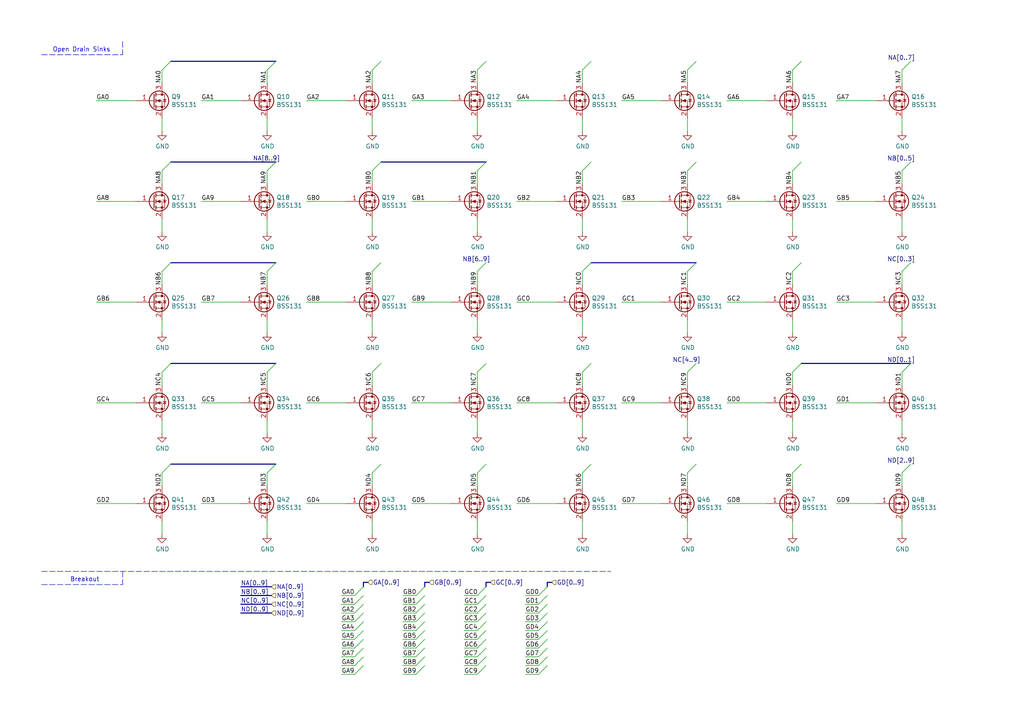
<source format=kicad_sch>
(kicad_sch (version 20210126) (generator eeschema)
  (paper "A4")
  (title_block (title "Nixie Clock - Cathode Sinks") (date "2021-03-19") (company "Bastian de Byl"))
  (lib_symbols
    (symbol "Device:Q_NMOS_GSD" (pin_names (offset 0) hide)
      (property "Reference" "Q" (at 5.08 1.27 0))
      (property "Value" "Q_NMOS_GSD" (at 5.08 -1.27 0))
      (symbol "Q_NMOS_GSD_0_1"
        (circle (center 1.651 0) (radius 2.8194) (stroke (width 0.254)))
        (circle (center 2.54 -1.778) (radius 0.2794) (fill (type outline)))
        (circle (center 2.54 1.778) (radius 0.2794) (fill (type outline)))
        (polyline (pts (xy 0.0508 0) (xy 0.254 0)))
        (polyline (pts (xy 0.762 -1.778) (xy 2.54 -1.778)))
        (polyline (pts (xy 0.762 -1.27) (xy 0.762 -2.286)) (stroke (width 0.254)))
        (polyline (pts (xy 0.762 0) (xy 2.54 0)))
        (polyline (pts (xy 0.762 0.508) (xy 0.762 -0.508)) (stroke (width 0.254)))
        (polyline (pts (xy 0.762 1.778) (xy 2.54 1.778)))
        (polyline (pts (xy 0.762 2.286) (xy 0.762 1.27)) (stroke (width 0.254)))
        (polyline (pts (xy 2.54 -1.778) (xy 2.54 -2.54)))
        (polyline (pts (xy 2.54 -1.778) (xy 2.54 0)))
        (polyline (pts (xy 2.54 2.54) (xy 2.54 1.778)))
        (polyline (pts (xy 0.254 1.905) (xy 0.254 -1.905) (xy 0.254 -1.905)) (stroke (width 0.254)))
        (polyline (pts (xy 2.54 -1.778) (xy 3.302 -1.778) (xy 3.302 1.778) (xy 2.54 1.778)))
        (polyline (pts (xy 2.794 0.508) (xy 2.921 0.381) (xy 3.683 0.381) (xy 3.81 0.254)))
        (polyline (pts (xy 3.302 0.381) (xy 2.921 -0.254) (xy 3.683 -0.254) (xy 3.302 0.381)))
        (polyline (pts (xy 1.016 0) (xy 2.032 0.381) (xy 2.032 -0.381) (xy 1.016 0)) (fill (type outline)))
      )
      (symbol "Q_NMOS_GSD_1_1"
        (pin input line (at -5.08 0 0) (length 5.08) (name "G") (number "1"))
        (pin passive line (at 2.54 -5.08 90) (length 2.54) (name "S") (number "2"))
        (pin passive line (at 2.54 5.08 270) (length 2.54) (name "D") (number "3"))
      )
    )
    (symbol "power:GND" (power) (pin_names (offset 0))
      (property "Value" "GND" (at 0 -3.81 0))
      (symbol "GND_0_1"
        (polyline (pts (xy 0 0) (xy 0 -1.27) (xy 1.27 -1.27) (xy 0 -2.54) (xy -1.27 -1.27) (xy 0 -1.27)))
      )
      (symbol "GND_1_1"
        (pin power_in line (at 0 0 270) (length 0) hide (name "GND") (number "1"))
      )
    )
  )
  (bus_entry (at 46.99 20.32) (size 2.54 -2.54) (stroke (width 0.1524)))
  (bus_entry (at 46.99 49.53) (size 2.54 -2.54) (stroke (width 0.1524)))
  (bus_entry (at 46.99 78.74) (size 2.54 -2.54) (stroke (width 0.1524)))
  (bus_entry (at 46.99 107.95) (size 2.54 -2.54) (stroke (width 0.1524)))
  (bus_entry (at 46.99 137.16) (size 2.54 -2.54) (stroke (width 0.1524)))
  (bus_entry (at 77.47 20.32) (size 2.54 -2.54) (stroke (width 0.1524)))
  (bus_entry (at 77.47 49.53) (size 2.54 -2.54) (stroke (width 0.1524)))
  (bus_entry (at 77.47 78.74) (size 2.54 -2.54) (stroke (width 0.1524)))
  (bus_entry (at 77.47 107.95) (size 2.54 -2.54) (stroke (width 0.1524)))
  (bus_entry (at 77.47 137.16) (size 2.54 -2.54) (stroke (width 0.1524)))
  (bus_entry (at 102.87 172.72) (size 2.54 -2.54) (stroke (width 0.1524)))
  (bus_entry (at 102.87 175.26) (size 2.54 -2.54) (stroke (width 0.1524)))
  (bus_entry (at 102.87 177.8) (size 2.54 -2.54) (stroke (width 0.1524)))
  (bus_entry (at 102.87 180.34) (size 2.54 -2.54) (stroke (width 0.1524)))
  (bus_entry (at 102.87 182.88) (size 2.54 -2.54) (stroke (width 0.1524)))
  (bus_entry (at 102.87 185.42) (size 2.54 -2.54) (stroke (width 0.1524)))
  (bus_entry (at 102.87 187.96) (size 2.54 -2.54) (stroke (width 0.1524)))
  (bus_entry (at 102.87 190.5) (size 2.54 -2.54) (stroke (width 0.1524)))
  (bus_entry (at 102.87 193.04) (size 2.54 -2.54) (stroke (width 0.1524)))
  (bus_entry (at 102.87 195.58) (size 2.54 -2.54) (stroke (width 0.1524)))
  (bus_entry (at 107.95 20.32) (size 2.54 -2.54) (stroke (width 0.1524)))
  (bus_entry (at 107.95 49.53) (size 2.54 -2.54) (stroke (width 0.1524)))
  (bus_entry (at 107.95 78.74) (size 2.54 -2.54) (stroke (width 0.1524)))
  (bus_entry (at 107.95 107.95) (size 2.54 -2.54) (stroke (width 0.1524)))
  (bus_entry (at 107.95 137.16) (size 2.54 -2.54) (stroke (width 0.1524)))
  (bus_entry (at 120.65 172.72) (size 2.54 -2.54) (stroke (width 0.1524)))
  (bus_entry (at 120.65 175.26) (size 2.54 -2.54) (stroke (width 0.1524)))
  (bus_entry (at 120.65 177.8) (size 2.54 -2.54) (stroke (width 0.1524)))
  (bus_entry (at 120.65 180.34) (size 2.54 -2.54) (stroke (width 0.1524)))
  (bus_entry (at 120.65 182.88) (size 2.54 -2.54) (stroke (width 0.1524)))
  (bus_entry (at 120.65 185.42) (size 2.54 -2.54) (stroke (width 0.1524)))
  (bus_entry (at 120.65 187.96) (size 2.54 -2.54) (stroke (width 0.1524)))
  (bus_entry (at 120.65 190.5) (size 2.54 -2.54) (stroke (width 0.1524)))
  (bus_entry (at 120.65 193.04) (size 2.54 -2.54) (stroke (width 0.1524)))
  (bus_entry (at 120.65 195.58) (size 2.54 -2.54) (stroke (width 0.1524)))
  (bus_entry (at 138.43 20.32) (size 2.54 -2.54) (stroke (width 0.1524)))
  (bus_entry (at 138.43 49.53) (size 2.54 -2.54) (stroke (width 0.1524)))
  (bus_entry (at 138.43 78.74) (size 2.54 -2.54) (stroke (width 0.1524)))
  (bus_entry (at 138.43 107.95) (size 2.54 -2.54) (stroke (width 0.1524)))
  (bus_entry (at 138.43 137.16) (size 2.54 -2.54) (stroke (width 0.1524)))
  (bus_entry (at 138.43 172.72) (size 2.54 -2.54) (stroke (width 0.1524)))
  (bus_entry (at 138.43 175.26) (size 2.54 -2.54) (stroke (width 0.1524)))
  (bus_entry (at 138.43 177.8) (size 2.54 -2.54) (stroke (width 0.1524)))
  (bus_entry (at 138.43 180.34) (size 2.54 -2.54) (stroke (width 0.1524)))
  (bus_entry (at 138.43 182.88) (size 2.54 -2.54) (stroke (width 0.1524)))
  (bus_entry (at 138.43 185.42) (size 2.54 -2.54) (stroke (width 0.1524)))
  (bus_entry (at 138.43 187.96) (size 2.54 -2.54) (stroke (width 0.1524)))
  (bus_entry (at 138.43 190.5) (size 2.54 -2.54) (stroke (width 0.1524)))
  (bus_entry (at 138.43 193.04) (size 2.54 -2.54) (stroke (width 0.1524)))
  (bus_entry (at 138.43 195.58) (size 2.54 -2.54) (stroke (width 0.1524)))
  (bus_entry (at 156.21 172.72) (size 2.54 -2.54) (stroke (width 0.1524)))
  (bus_entry (at 156.21 175.26) (size 2.54 -2.54) (stroke (width 0.1524)))
  (bus_entry (at 156.21 177.8) (size 2.54 -2.54) (stroke (width 0.1524)))
  (bus_entry (at 156.21 180.34) (size 2.54 -2.54) (stroke (width 0.1524)))
  (bus_entry (at 156.21 182.88) (size 2.54 -2.54) (stroke (width 0.1524)))
  (bus_entry (at 156.21 185.42) (size 2.54 -2.54) (stroke (width 0.1524)))
  (bus_entry (at 156.21 187.96) (size 2.54 -2.54) (stroke (width 0.1524)))
  (bus_entry (at 156.21 190.5) (size 2.54 -2.54) (stroke (width 0.1524)))
  (bus_entry (at 156.21 193.04) (size 2.54 -2.54) (stroke (width 0.1524)))
  (bus_entry (at 156.21 195.58) (size 2.54 -2.54) (stroke (width 0.1524)))
  (bus_entry (at 168.91 20.32) (size 2.54 -2.54) (stroke (width 0.1524)))
  (bus_entry (at 168.91 49.53) (size 2.54 -2.54) (stroke (width 0.1524)))
  (bus_entry (at 168.91 78.74) (size 2.54 -2.54) (stroke (width 0.1524)))
  (bus_entry (at 168.91 107.95) (size 2.54 -2.54) (stroke (width 0.1524)))
  (bus_entry (at 168.91 137.16) (size 2.54 -2.54) (stroke (width 0.1524)))
  (bus_entry (at 199.39 20.32) (size 2.54 -2.54) (stroke (width 0.1524)))
  (bus_entry (at 199.39 49.53) (size 2.54 -2.54) (stroke (width 0.1524)))
  (bus_entry (at 199.39 78.74) (size 2.54 -2.54) (stroke (width 0.1524)))
  (bus_entry (at 199.39 107.95) (size 2.54 -2.54) (stroke (width 0.1524)))
  (bus_entry (at 199.39 137.16) (size 2.54 -2.54) (stroke (width 0.1524)))
  (bus_entry (at 229.87 20.32) (size 2.54 -2.54) (stroke (width 0.1524)))
  (bus_entry (at 229.87 49.53) (size 2.54 -2.54) (stroke (width 0.1524)))
  (bus_entry (at 229.87 78.74) (size 2.54 -2.54) (stroke (width 0.1524)))
  (bus_entry (at 229.87 107.95) (size 2.54 -2.54) (stroke (width 0.1524)))
  (bus_entry (at 229.87 137.16) (size 2.54 -2.54) (stroke (width 0.1524)))
  (bus_entry (at 261.62 20.32) (size 2.54 -2.54) (stroke (width 0.1524)))
  (bus_entry (at 261.62 49.53) (size 2.54 -2.54) (stroke (width 0.1524)))
  (bus_entry (at 261.62 78.74) (size 2.54 -2.54) (stroke (width 0.1524)))
  (bus_entry (at 261.62 107.95) (size 2.54 -2.54) (stroke (width 0.1524)))
  (bus_entry (at 261.62 137.16) (size 2.54 -2.54) (stroke (width 0.1524)))
  (wire (pts (xy 27.94 29.21) (xy 39.37 29.21)))
  (wire (pts (xy 27.94 58.42) (xy 39.37 58.42)))
  (wire (pts (xy 27.94 87.63) (xy 39.37 87.63)))
  (wire (pts (xy 27.94 116.84) (xy 39.37 116.84)))
  (wire (pts (xy 27.94 146.05) (xy 39.37 146.05)))
  (wire (pts (xy 46.99 20.32) (xy 46.99 24.13)))
  (wire (pts (xy 46.99 34.29) (xy 46.99 38.1)))
  (wire (pts (xy 46.99 49.53) (xy 46.99 53.34)))
  (wire (pts (xy 46.99 63.5) (xy 46.99 67.31)))
  (wire (pts (xy 46.99 78.74) (xy 46.99 82.55)))
  (wire (pts (xy 46.99 92.71) (xy 46.99 96.52)))
  (wire (pts (xy 46.99 107.95) (xy 46.99 111.76)))
  (wire (pts (xy 46.99 121.92) (xy 46.99 125.73)))
  (wire (pts (xy 46.99 137.16) (xy 46.99 140.97)))
  (wire (pts (xy 46.99 151.13) (xy 46.99 154.94)))
  (wire (pts (xy 58.42 29.21) (xy 69.85 29.21)))
  (wire (pts (xy 58.42 58.42) (xy 69.85 58.42)))
  (wire (pts (xy 58.42 87.63) (xy 69.85 87.63)))
  (wire (pts (xy 58.42 116.84) (xy 69.85 116.84)))
  (wire (pts (xy 58.42 146.05) (xy 69.85 146.05)))
  (wire (pts (xy 77.47 20.32) (xy 77.47 24.13)))
  (wire (pts (xy 77.47 34.29) (xy 77.47 38.1)))
  (wire (pts (xy 77.47 49.53) (xy 77.47 53.34)))
  (wire (pts (xy 77.47 63.5) (xy 77.47 67.31)))
  (wire (pts (xy 77.47 78.74) (xy 77.47 82.55)))
  (wire (pts (xy 77.47 92.71) (xy 77.47 96.52)))
  (wire (pts (xy 77.47 107.95) (xy 77.47 111.76)))
  (wire (pts (xy 77.47 121.92) (xy 77.47 125.73)))
  (wire (pts (xy 77.47 137.16) (xy 77.47 140.97)))
  (wire (pts (xy 77.47 151.13) (xy 77.47 154.94)))
  (wire (pts (xy 88.9 29.21) (xy 100.33 29.21)))
  (wire (pts (xy 88.9 58.42) (xy 100.33 58.42)))
  (wire (pts (xy 88.9 87.63) (xy 100.33 87.63)))
  (wire (pts (xy 88.9 116.84) (xy 100.33 116.84)))
  (wire (pts (xy 88.9 146.05) (xy 100.33 146.05)))
  (wire (pts (xy 99.06 172.72) (xy 102.87 172.72)))
  (wire (pts (xy 99.06 175.26) (xy 102.87 175.26)))
  (wire (pts (xy 99.06 177.8) (xy 102.87 177.8)))
  (wire (pts (xy 99.06 180.34) (xy 102.87 180.34)))
  (wire (pts (xy 99.06 182.88) (xy 102.87 182.88)))
  (wire (pts (xy 99.06 185.42) (xy 102.87 185.42)))
  (wire (pts (xy 99.06 187.96) (xy 102.87 187.96)))
  (wire (pts (xy 99.06 190.5) (xy 102.87 190.5)))
  (wire (pts (xy 99.06 193.04) (xy 102.87 193.04)))
  (wire (pts (xy 99.06 195.58) (xy 102.87 195.58)))
  (wire (pts (xy 107.95 20.32) (xy 107.95 24.13)))
  (wire (pts (xy 107.95 34.29) (xy 107.95 38.1)))
  (wire (pts (xy 107.95 49.53) (xy 107.95 53.34)))
  (wire (pts (xy 107.95 63.5) (xy 107.95 67.31)))
  (wire (pts (xy 107.95 78.74) (xy 107.95 82.55)))
  (wire (pts (xy 107.95 92.71) (xy 107.95 96.52)))
  (wire (pts (xy 107.95 107.95) (xy 107.95 111.76)))
  (wire (pts (xy 107.95 121.92) (xy 107.95 125.73)))
  (wire (pts (xy 107.95 137.16) (xy 107.95 140.97)))
  (wire (pts (xy 107.95 151.13) (xy 107.95 154.94)))
  (wire (pts (xy 116.84 172.72) (xy 120.65 172.72)))
  (wire (pts (xy 116.84 175.26) (xy 120.65 175.26)))
  (wire (pts (xy 116.84 177.8) (xy 120.65 177.8)))
  (wire (pts (xy 116.84 180.34) (xy 120.65 180.34)))
  (wire (pts (xy 116.84 182.88) (xy 120.65 182.88)))
  (wire (pts (xy 116.84 185.42) (xy 120.65 185.42)))
  (wire (pts (xy 116.84 187.96) (xy 120.65 187.96)))
  (wire (pts (xy 116.84 190.5) (xy 120.65 190.5)))
  (wire (pts (xy 116.84 193.04) (xy 120.65 193.04)))
  (wire (pts (xy 116.84 195.58) (xy 120.65 195.58)))
  (wire (pts (xy 119.38 29.21) (xy 130.81 29.21)))
  (wire (pts (xy 119.38 58.42) (xy 130.81 58.42)))
  (wire (pts (xy 119.38 87.63) (xy 130.81 87.63)))
  (wire (pts (xy 119.38 116.84) (xy 130.81 116.84)))
  (wire (pts (xy 119.38 146.05) (xy 130.81 146.05)))
  (wire (pts (xy 134.62 172.72) (xy 138.43 172.72)))
  (wire (pts (xy 134.62 175.26) (xy 138.43 175.26)))
  (wire (pts (xy 134.62 177.8) (xy 138.43 177.8)))
  (wire (pts (xy 134.62 180.34) (xy 138.43 180.34)))
  (wire (pts (xy 134.62 182.88) (xy 138.43 182.88)))
  (wire (pts (xy 134.62 185.42) (xy 138.43 185.42)))
  (wire (pts (xy 134.62 187.96) (xy 138.43 187.96)))
  (wire (pts (xy 134.62 190.5) (xy 138.43 190.5)))
  (wire (pts (xy 134.62 193.04) (xy 138.43 193.04)))
  (wire (pts (xy 134.62 195.58) (xy 138.43 195.58)))
  (wire (pts (xy 138.43 20.32) (xy 138.43 24.13)))
  (wire (pts (xy 138.43 34.29) (xy 138.43 38.1)))
  (wire (pts (xy 138.43 49.53) (xy 138.43 53.34)))
  (wire (pts (xy 138.43 63.5) (xy 138.43 67.31)))
  (wire (pts (xy 138.43 78.74) (xy 138.43 82.55)))
  (wire (pts (xy 138.43 92.71) (xy 138.43 96.52)))
  (wire (pts (xy 138.43 107.95) (xy 138.43 111.76)))
  (wire (pts (xy 138.43 121.92) (xy 138.43 125.73)))
  (wire (pts (xy 138.43 137.16) (xy 138.43 140.97)))
  (wire (pts (xy 138.43 151.13) (xy 138.43 154.94)))
  (wire (pts (xy 149.86 29.21) (xy 161.29 29.21)))
  (wire (pts (xy 149.86 58.42) (xy 161.29 58.42)))
  (wire (pts (xy 149.86 87.63) (xy 161.29 87.63)))
  (wire (pts (xy 149.86 116.84) (xy 161.29 116.84)))
  (wire (pts (xy 149.86 146.05) (xy 161.29 146.05)))
  (wire (pts (xy 152.4 172.72) (xy 156.21 172.72)))
  (wire (pts (xy 152.4 175.26) (xy 156.21 175.26)))
  (wire (pts (xy 152.4 177.8) (xy 156.21 177.8)))
  (wire (pts (xy 152.4 180.34) (xy 156.21 180.34)))
  (wire (pts (xy 152.4 182.88) (xy 156.21 182.88)))
  (wire (pts (xy 152.4 185.42) (xy 156.21 185.42)))
  (wire (pts (xy 152.4 187.96) (xy 156.21 187.96)))
  (wire (pts (xy 152.4 190.5) (xy 156.21 190.5)))
  (wire (pts (xy 152.4 193.04) (xy 156.21 193.04)))
  (wire (pts (xy 152.4 195.58) (xy 156.21 195.58)))
  (wire (pts (xy 168.91 20.32) (xy 168.91 24.13)))
  (wire (pts (xy 168.91 34.29) (xy 168.91 38.1)))
  (wire (pts (xy 168.91 49.53) (xy 168.91 53.34)))
  (wire (pts (xy 168.91 63.5) (xy 168.91 67.31)))
  (wire (pts (xy 168.91 78.74) (xy 168.91 82.55)))
  (wire (pts (xy 168.91 92.71) (xy 168.91 96.52)))
  (wire (pts (xy 168.91 107.95) (xy 168.91 111.76)))
  (wire (pts (xy 168.91 121.92) (xy 168.91 125.73)))
  (wire (pts (xy 168.91 137.16) (xy 168.91 140.97)))
  (wire (pts (xy 168.91 151.13) (xy 168.91 154.94)))
  (wire (pts (xy 180.34 29.21) (xy 191.77 29.21)))
  (wire (pts (xy 180.34 58.42) (xy 191.77 58.42)))
  (wire (pts (xy 180.34 87.63) (xy 191.77 87.63)))
  (wire (pts (xy 180.34 116.84) (xy 191.77 116.84)))
  (wire (pts (xy 180.34 146.05) (xy 191.77 146.05)))
  (wire (pts (xy 199.39 20.32) (xy 199.39 24.13)))
  (wire (pts (xy 199.39 34.29) (xy 199.39 38.1)))
  (wire (pts (xy 199.39 49.53) (xy 199.39 53.34)))
  (wire (pts (xy 199.39 63.5) (xy 199.39 67.31)))
  (wire (pts (xy 199.39 78.74) (xy 199.39 82.55)))
  (wire (pts (xy 199.39 92.71) (xy 199.39 96.52)))
  (wire (pts (xy 199.39 107.95) (xy 199.39 111.76)))
  (wire (pts (xy 199.39 121.92) (xy 199.39 125.73)))
  (wire (pts (xy 199.39 137.16) (xy 199.39 140.97)))
  (wire (pts (xy 199.39 151.13) (xy 199.39 154.94)))
  (wire (pts (xy 210.82 29.21) (xy 222.25 29.21)))
  (wire (pts (xy 210.82 58.42) (xy 222.25 58.42)))
  (wire (pts (xy 210.82 87.63) (xy 222.25 87.63)))
  (wire (pts (xy 210.82 116.84) (xy 222.25 116.84)))
  (wire (pts (xy 210.82 146.05) (xy 222.25 146.05)))
  (wire (pts (xy 229.87 20.32) (xy 229.87 24.13)))
  (wire (pts (xy 229.87 34.29) (xy 229.87 38.1)))
  (wire (pts (xy 229.87 49.53) (xy 229.87 53.34)))
  (wire (pts (xy 229.87 63.5) (xy 229.87 67.31)))
  (wire (pts (xy 229.87 78.74) (xy 229.87 82.55)))
  (wire (pts (xy 229.87 92.71) (xy 229.87 96.52)))
  (wire (pts (xy 229.87 107.95) (xy 229.87 111.76)))
  (wire (pts (xy 229.87 121.92) (xy 229.87 125.73)))
  (wire (pts (xy 229.87 137.16) (xy 229.87 140.97)))
  (wire (pts (xy 229.87 151.13) (xy 229.87 154.94)))
  (wire (pts (xy 242.57 29.21) (xy 254 29.21)))
  (wire (pts (xy 242.57 58.42) (xy 254 58.42)))
  (wire (pts (xy 242.57 87.63) (xy 254 87.63)))
  (wire (pts (xy 242.57 116.84) (xy 254 116.84)))
  (wire (pts (xy 242.57 146.05) (xy 254 146.05)))
  (wire (pts (xy 261.62 20.32) (xy 261.62 24.13)))
  (wire (pts (xy 261.62 34.29) (xy 261.62 38.1)))
  (wire (pts (xy 261.62 49.53) (xy 261.62 53.34)))
  (wire (pts (xy 261.62 63.5) (xy 261.62 67.31)))
  (wire (pts (xy 261.62 78.74) (xy 261.62 82.55)))
  (wire (pts (xy 261.62 92.71) (xy 261.62 96.52)))
  (wire (pts (xy 261.62 107.95) (xy 261.62 111.76)))
  (wire (pts (xy 261.62 121.92) (xy 261.62 125.73)))
  (wire (pts (xy 261.62 137.16) (xy 261.62 140.97)))
  (wire (pts (xy 261.62 151.13) (xy 261.62 154.94)))
  (bus (pts (xy 49.53 17.78) (xy 265.43 17.78)))
  (bus (pts (xy 49.53 46.99) (xy 81.28 46.99)))
  (bus (pts (xy 49.53 76.2) (xy 142.24 76.2)))
  (bus (pts (xy 49.53 105.41) (xy 203.2 105.41)))
  (bus (pts (xy 49.53 134.62) (xy 265.43 134.62)))
  (bus (pts (xy 78.74 170.18) (xy 69.85 170.18)))
  (bus (pts (xy 78.74 172.72) (xy 69.85 172.72)))
  (bus (pts (xy 78.74 175.26) (xy 69.85 175.26)))
  (bus (pts (xy 78.74 177.8) (xy 69.85 177.8)))
  (bus (pts (xy 105.41 168.91) (xy 105.41 193.04)))
  (bus (pts (xy 105.41 168.91) (xy 106.68 168.91)))
  (bus (pts (xy 110.49 46.99) (xy 265.43 46.99)))
  (bus (pts (xy 123.19 168.91) (xy 123.19 193.04)))
  (bus (pts (xy 123.19 168.91) (xy 124.46 168.91)))
  (bus (pts (xy 140.97 168.91) (xy 140.97 193.04)))
  (bus (pts (xy 140.97 168.91) (xy 142.24 168.91)))
  (bus (pts (xy 158.75 168.91) (xy 158.75 193.04)))
  (bus (pts (xy 158.75 168.91) (xy 160.02 168.91)))
  (bus (pts (xy 171.45 76.2) (xy 265.43 76.2)))
  (bus (pts (xy 232.41 105.41) (xy 265.43 105.41)))
  (polyline (pts (xy 12.065 15.875) (xy 35.56 15.875)) (stroke (width 0.152) (type dash)))
  (polyline (pts (xy 12.065 165.735) (xy 177.165 165.735)) (stroke (width 0.152) (type dash)))
  (polyline (pts (xy 12.065 169.545) (xy 35.56 169.545)) (stroke (width 0.152) (type dash)))
  (polyline (pts (xy 35.56 12.065) (xy 35.56 15.875)) (stroke (width 0.152) (type dash)))
  (polyline (pts (xy 35.56 165.735) (xy 35.56 169.545)) (stroke (width 0.152) (type dash)))
  (text "Open Drain Sinks" (at 15.24 15.24 0) (effects (font (size 1.27 1.27)) (justify left bottom)))
  (text "Breakout" (at 20.32 168.91 0) (effects (font (size 1.27 1.27)) (justify left bottom)))
  (label "GA0" (at 27.94 29.21 0))
  (label "GA8" (at 27.94 58.42 0))
  (label "GB6" (at 27.94 87.63 0))
  (label "GC4" (at 27.94 116.84 0))
  (label "GD2" (at 27.94 146.05 0))
  (label "NA0" (at 46.99 20.32 270))
  (label "NA8" (at 46.99 49.53 270))
  (label "NB6" (at 46.99 78.74 270))
  (label "NC4" (at 46.99 107.95 270))
  (label "ND2" (at 46.99 137.16 270))
  (label "GA1" (at 58.42 29.21 0))
  (label "GA9" (at 58.42 58.42 0))
  (label "GB7" (at 58.42 87.63 0))
  (label "GC5" (at 58.42 116.84 0))
  (label "GD3" (at 58.42 146.05 0))
  (label "NA[0..9]" (at 69.85 170.18 0))
  (label "NB[0..9]" (at 69.85 172.72 0))
  (label "NC[0..9]" (at 69.85 175.26 0))
  (label "ND[0..9]" (at 69.85 177.8 0))
  (label "NA1" (at 77.47 20.32 270))
  (label "NA9" (at 77.47 49.53 270))
  (label "NB7" (at 77.47 78.74 270))
  (label "NC5" (at 77.47 107.95 270))
  (label "ND3" (at 77.47 137.16 270))
  (label "NA[8..9]" (at 81.28 46.99 180))
  (label "GA2" (at 88.9 29.21 0))
  (label "GB0" (at 88.9 58.42 0))
  (label "GB8" (at 88.9 87.63 0))
  (label "GC6" (at 88.9 116.84 0))
  (label "GD4" (at 88.9 146.05 0))
  (label "GA0" (at 99.06 172.72 0))
  (label "GA1" (at 99.06 175.26 0))
  (label "GA2" (at 99.06 177.8 0))
  (label "GA3" (at 99.06 180.34 0))
  (label "GA4" (at 99.06 182.88 0))
  (label "GA5" (at 99.06 185.42 0))
  (label "GA6" (at 99.06 187.96 0))
  (label "GA7" (at 99.06 190.5 0))
  (label "GA8" (at 99.06 193.04 0))
  (label "GA9" (at 99.06 195.58 0))
  (label "NA2" (at 107.95 20.32 270))
  (label "NB0" (at 107.95 49.53 270))
  (label "NB8" (at 107.95 78.74 270))
  (label "NC6" (at 107.95 107.95 270))
  (label "ND4" (at 107.95 137.16 270))
  (label "GB0" (at 116.84 172.72 0))
  (label "GB1" (at 116.84 175.26 0))
  (label "GB2" (at 116.84 177.8 0))
  (label "GB3" (at 116.84 180.34 0))
  (label "GB4" (at 116.84 182.88 0))
  (label "GB5" (at 116.84 185.42 0))
  (label "GB6" (at 116.84 187.96 0))
  (label "GB7" (at 116.84 190.5 0))
  (label "GB8" (at 116.84 193.04 0))
  (label "GB9" (at 116.84 195.58 0))
  (label "GA3" (at 119.38 29.21 0))
  (label "GB1" (at 119.38 58.42 0))
  (label "GB9" (at 119.38 87.63 0))
  (label "GC7" (at 119.38 116.84 0))
  (label "GD5" (at 119.38 146.05 0))
  (label "GC0" (at 134.62 172.72 0))
  (label "GC1" (at 134.62 175.26 0))
  (label "GC2" (at 134.62 177.8 0))
  (label "GC3" (at 134.62 180.34 0))
  (label "GC4" (at 134.62 182.88 0))
  (label "GC5" (at 134.62 185.42 0))
  (label "GC6" (at 134.62 187.96 0))
  (label "GC7" (at 134.62 190.5 0))
  (label "GC8" (at 134.62 193.04 0))
  (label "GC9" (at 134.62 195.58 0))
  (label "NA3" (at 138.43 20.32 270))
  (label "NB1" (at 138.43 49.53 270))
  (label "NB9" (at 138.43 78.74 270))
  (label "NC7" (at 138.43 107.95 270))
  (label "ND5" (at 138.43 137.16 270))
  (label "NB[6..9]" (at 142.24 76.2 180))
  (label "GA4" (at 149.86 29.21 0))
  (label "GB2" (at 149.86 58.42 0))
  (label "GC0" (at 149.86 87.63 0))
  (label "GC8" (at 149.86 116.84 0))
  (label "GD6" (at 149.86 146.05 0))
  (label "GD0" (at 152.4 172.72 0))
  (label "GD1" (at 152.4 175.26 0))
  (label "GD2" (at 152.4 177.8 0))
  (label "GD3" (at 152.4 180.34 0))
  (label "GD4" (at 152.4 182.88 0))
  (label "GD5" (at 152.4 185.42 0))
  (label "GD6" (at 152.4 187.96 0))
  (label "GD7" (at 152.4 190.5 0))
  (label "GD8" (at 152.4 193.04 0))
  (label "GD9" (at 152.4 195.58 0))
  (label "NA4" (at 168.91 20.32 270))
  (label "NB2" (at 168.91 49.53 270))
  (label "NC0" (at 168.91 78.74 270))
  (label "NC8" (at 168.91 107.95 270))
  (label "ND6" (at 168.91 137.16 270))
  (label "GA5" (at 180.34 29.21 0))
  (label "GB3" (at 180.34 58.42 0))
  (label "GC1" (at 180.34 87.63 0))
  (label "GC9" (at 180.34 116.84 0))
  (label "GD7" (at 180.34 146.05 0))
  (label "NA5" (at 199.39 20.32 270))
  (label "NB3" (at 199.39 49.53 270))
  (label "NC1" (at 199.39 78.74 270))
  (label "NC9" (at 199.39 107.95 270))
  (label "ND7" (at 199.39 137.16 270))
  (label "NC[4..9]" (at 203.2 105.41 180))
  (label "GA6" (at 210.82 29.21 0))
  (label "GB4" (at 210.82 58.42 0))
  (label "GC2" (at 210.82 87.63 0))
  (label "GD0" (at 210.82 116.84 0))
  (label "GD8" (at 210.82 146.05 0))
  (label "NA6" (at 229.87 20.32 270))
  (label "NB4" (at 229.87 49.53 270))
  (label "NC2" (at 229.87 78.74 270))
  (label "ND0" (at 229.87 107.95 270))
  (label "ND8" (at 229.87 137.16 270))
  (label "GA7" (at 242.57 29.21 0))
  (label "GB5" (at 242.57 58.42 0))
  (label "GC3" (at 242.57 87.63 0))
  (label "GD1" (at 242.57 116.84 0))
  (label "GD9" (at 242.57 146.05 0))
  (label "NA7" (at 261.62 20.32 270))
  (label "NB5" (at 261.62 49.53 270))
  (label "NC3" (at 261.62 78.74 270))
  (label "ND1" (at 261.62 107.95 270))
  (label "ND9" (at 261.62 137.16 270))
  (label "NA[0..7]" (at 265.43 17.78 180))
  (label "NB[0..5]" (at 265.43 46.99 180))
  (label "NC[0..3]" (at 265.43 76.2 180))
  (label "ND[0..1]" (at 265.43 105.41 180))
  (label "ND[2..9]" (at 265.43 134.62 180))
  (hierarchical_label "NA[0..9]" (shape input) (at 78.74 170.18 0))
  (hierarchical_label "NB[0..9]" (shape input) (at 78.74 172.72 0))
  (hierarchical_label "NC[0..9]" (shape input) (at 78.74 175.26 0))
  (hierarchical_label "ND[0..9]" (shape input) (at 78.74 177.8 0))
  (hierarchical_label "GA[0..9]" (shape input) (at 106.68 168.91 0))
  (hierarchical_label "GB[0..9]" (shape input) (at 124.46 168.91 0))
  (hierarchical_label "GC[0..9]" (shape input) (at 142.24 168.91 0))
  (hierarchical_label "GD[0..9]" (shape input) (at 160.02 168.91 0))
  (symbol (lib_id "power:GND") (at 46.99 38.1 0) (unit 1)
    (property "Reference" "#PWR030" (effects hide))
    (property "Value" "GND" (at 47.1043 42.4244 0))
  )
  (symbol (lib_id "power:GND") (at 46.99 67.31 0) (unit 1)
    (property "Reference" "#PWR038" (effects hide))
    (property "Value" "GND" (at 47.1043 71.6344 0))
  )
  (symbol (lib_id "power:GND") (at 46.99 96.52 0) (unit 1)
    (property "Reference" "#PWR046" (effects hide))
    (property "Value" "GND" (at 47.1043 100.8444 0))
  )
  (symbol (lib_id "power:GND") (at 46.99 125.73 0) (unit 1)
    (property "Reference" "#PWR054" (effects hide))
    (property "Value" "GND" (at 47.1043 130.0544 0))
  )
  (symbol (lib_id "power:GND") (at 46.99 154.94 0) (unit 1)
    (property "Reference" "#PWR062" (effects hide))
    (property "Value" "GND" (at 47.1043 159.2644 0))
  )
  (symbol (lib_id "power:GND") (at 77.47 38.1 0) (unit 1)
    (property "Reference" "#PWR031" (effects hide))
    (property "Value" "GND" (at 77.5843 42.4244 0))
  )
  (symbol (lib_id "power:GND") (at 77.47 67.31 0) (unit 1)
    (property "Reference" "#PWR039" (effects hide))
    (property "Value" "GND" (at 77.5843 71.6344 0))
  )
  (symbol (lib_id "power:GND") (at 77.47 96.52 0) (unit 1)
    (property "Reference" "#PWR047" (effects hide))
    (property "Value" "GND" (at 77.5843 100.8444 0))
  )
  (symbol (lib_id "power:GND") (at 77.47 125.73 0) (unit 1)
    (property "Reference" "#PWR055" (effects hide))
    (property "Value" "GND" (at 77.5843 130.0544 0))
  )
  (symbol (lib_id "power:GND") (at 77.47 154.94 0) (unit 1)
    (property "Reference" "#PWR063" (effects hide))
    (property "Value" "GND" (at 77.5843 159.2644 0))
  )
  (symbol (lib_id "power:GND") (at 107.95 38.1 0) (unit 1)
    (property "Reference" "#PWR032" (effects hide))
    (property "Value" "GND" (at 108.0643 42.4244 0))
  )
  (symbol (lib_id "power:GND") (at 107.95 67.31 0) (unit 1)
    (property "Reference" "#PWR040" (effects hide))
    (property "Value" "GND" (at 108.0643 71.6344 0))
  )
  (symbol (lib_id "power:GND") (at 107.95 96.52 0) (unit 1)
    (property "Reference" "#PWR048" (effects hide))
    (property "Value" "GND" (at 108.0643 100.8444 0))
  )
  (symbol (lib_id "power:GND") (at 107.95 125.73 0) (unit 1)
    (property "Reference" "#PWR056" (effects hide))
    (property "Value" "GND" (at 108.0643 130.0544 0))
  )
  (symbol (lib_id "power:GND") (at 107.95 154.94 0) (unit 1)
    (property "Reference" "#PWR064" (effects hide))
    (property "Value" "GND" (at 108.0643 159.2644 0))
  )
  (symbol (lib_id "power:GND") (at 138.43 38.1 0) (unit 1)
    (property "Reference" "#PWR033" (effects hide))
    (property "Value" "GND" (at 138.5443 42.4244 0))
  )
  (symbol (lib_id "power:GND") (at 138.43 67.31 0) (unit 1)
    (property "Reference" "#PWR041" (effects hide))
    (property "Value" "GND" (at 138.5443 71.6344 0))
  )
  (symbol (lib_id "power:GND") (at 138.43 96.52 0) (unit 1)
    (property "Reference" "#PWR049" (effects hide))
    (property "Value" "GND" (at 138.5443 100.8444 0))
  )
  (symbol (lib_id "power:GND") (at 138.43 125.73 0) (unit 1)
    (property "Reference" "#PWR057" (effects hide))
    (property "Value" "GND" (at 138.5443 130.0544 0))
  )
  (symbol (lib_id "power:GND") (at 138.43 154.94 0) (unit 1)
    (property "Reference" "#PWR065" (effects hide))
    (property "Value" "GND" (at 138.5443 159.2644 0))
  )
  (symbol (lib_id "power:GND") (at 168.91 38.1 0) (unit 1)
    (property "Reference" "#PWR034" (effects hide))
    (property "Value" "GND" (at 169.0243 42.4244 0))
  )
  (symbol (lib_id "power:GND") (at 168.91 67.31 0) (unit 1)
    (property "Reference" "#PWR042" (effects hide))
    (property "Value" "GND" (at 169.0243 71.6344 0))
  )
  (symbol (lib_id "power:GND") (at 168.91 96.52 0) (unit 1)
    (property "Reference" "#PWR050" (effects hide))
    (property "Value" "GND" (at 169.0243 100.8444 0))
  )
  (symbol (lib_id "power:GND") (at 168.91 125.73 0) (unit 1)
    (property "Reference" "#PWR058" (effects hide))
    (property "Value" "GND" (at 169.0243 130.0544 0))
  )
  (symbol (lib_id "power:GND") (at 168.91 154.94 0) (unit 1)
    (property "Reference" "#PWR066" (effects hide))
    (property "Value" "GND" (at 169.0243 159.2644 0))
  )
  (symbol (lib_id "power:GND") (at 199.39 38.1 0) (unit 1)
    (property "Reference" "#PWR035" (effects hide))
    (property "Value" "GND" (at 199.5043 42.4244 0))
  )
  (symbol (lib_id "power:GND") (at 199.39 67.31 0) (unit 1)
    (property "Reference" "#PWR043" (effects hide))
    (property "Value" "GND" (at 199.5043 71.6344 0))
  )
  (symbol (lib_id "power:GND") (at 199.39 96.52 0) (unit 1)
    (property "Reference" "#PWR051" (effects hide))
    (property "Value" "GND" (at 199.5043 100.8444 0))
  )
  (symbol (lib_id "power:GND") (at 199.39 125.73 0) (unit 1)
    (property "Reference" "#PWR059" (effects hide))
    (property "Value" "GND" (at 199.5043 130.0544 0))
  )
  (symbol (lib_id "power:GND") (at 199.39 154.94 0) (unit 1)
    (property "Reference" "#PWR067" (effects hide))
    (property "Value" "GND" (at 199.5043 159.2644 0))
  )
  (symbol (lib_id "power:GND") (at 229.87 38.1 0) (unit 1)
    (property "Reference" "#PWR036" (effects hide))
    (property "Value" "GND" (at 229.9843 42.4244 0))
  )
  (symbol (lib_id "power:GND") (at 229.87 67.31 0) (unit 1)
    (property "Reference" "#PWR044" (effects hide))
    (property "Value" "GND" (at 229.9843 71.6344 0))
  )
  (symbol (lib_id "power:GND") (at 229.87 96.52 0) (unit 1)
    (property "Reference" "#PWR052" (effects hide))
    (property "Value" "GND" (at 229.9843 100.8444 0))
  )
  (symbol (lib_id "power:GND") (at 229.87 125.73 0) (unit 1)
    (property "Reference" "#PWR060" (effects hide))
    (property "Value" "GND" (at 229.9843 130.0544 0))
  )
  (symbol (lib_id "power:GND") (at 229.87 154.94 0) (unit 1)
    (property "Reference" "#PWR068" (effects hide))
    (property "Value" "GND" (at 229.9843 159.2644 0))
  )
  (symbol (lib_id "power:GND") (at 261.62 38.1 0) (unit 1)
    (property "Reference" "#PWR037" (effects hide))
    (property "Value" "GND" (at 261.7343 42.4244 0))
  )
  (symbol (lib_id "power:GND") (at 261.62 67.31 0) (unit 1)
    (property "Reference" "#PWR045" (effects hide))
    (property "Value" "GND" (at 261.7343 71.6344 0))
  )
  (symbol (lib_id "power:GND") (at 261.62 96.52 0) (unit 1)
    (property "Reference" "#PWR053" (effects hide))
    (property "Value" "GND" (at 261.7343 100.8444 0))
  )
  (symbol (lib_id "power:GND") (at 261.62 125.73 0) (unit 1)
    (property "Reference" "#PWR061" (effects hide))
    (property "Value" "GND" (at 261.7343 130.0544 0))
  )
  (symbol (lib_id "power:GND") (at 261.62 154.94 0) (unit 1)
    (property "Reference" "#PWR069" (effects hide))
    (property "Value" "GND" (at 261.7343 159.2644 0))
  )
  (symbol (lib_id "Device:Q_NMOS_GSD") (at 44.45 29.21 0) (unit 1)
    (property "Reference" "Q9" (at 49.6825 28.0606 0) (effects (justify left)))
    (property "Value" "BSS131" (at 49.683 30.359 0) (effects (justify left)))
    (property "Footprint" "Package_TO_SOT_SMD:SOT-23" (effects hide))
  )
  (symbol (lib_id "Device:Q_NMOS_GSD") (at 44.45 58.42 0) (unit 1)
    (property "Reference" "Q17" (at 49.6825 57.2706 0) (effects (justify left)))
    (property "Value" "BSS131" (at 49.683 59.569 0) (effects (justify left)))
    (property "Footprint" "Package_TO_SOT_SMD:SOT-23" (effects hide))
  )
  (symbol (lib_id "Device:Q_NMOS_GSD") (at 44.45 87.63 0) (unit 1)
    (property "Reference" "Q25" (at 49.6825 86.4806 0) (effects (justify left)))
    (property "Value" "BSS131" (at 49.683 88.779 0) (effects (justify left)))
    (property "Footprint" "Package_TO_SOT_SMD:SOT-23" (effects hide))
  )
  (symbol (lib_id "Device:Q_NMOS_GSD") (at 44.45 116.84 0) (unit 1)
    (property "Reference" "Q33" (at 49.6825 115.6906 0) (effects (justify left)))
    (property "Value" "BSS131" (at 49.683 117.989 0) (effects (justify left)))
    (property "Footprint" "Package_TO_SOT_SMD:SOT-23" (effects hide))
  )
  (symbol (lib_id "Device:Q_NMOS_GSD") (at 44.45 146.05 0) (unit 1)
    (property "Reference" "Q41" (at 49.6825 144.9006 0) (effects (justify left)))
    (property "Value" "BSS131" (at 49.683 147.199 0) (effects (justify left)))
    (property "Footprint" "Package_TO_SOT_SMD:SOT-23" (effects hide))
  )
  (symbol (lib_id "Device:Q_NMOS_GSD") (at 74.93 29.21 0) (unit 1)
    (property "Reference" "Q10" (at 80.1625 28.0606 0) (effects (justify left)))
    (property "Value" "BSS131" (at 80.163 30.359 0) (effects (justify left)))
    (property "Footprint" "Package_TO_SOT_SMD:SOT-23" (effects hide))
  )
  (symbol (lib_id "Device:Q_NMOS_GSD") (at 74.93 58.42 0) (unit 1)
    (property "Reference" "Q18" (at 80.1625 57.2706 0) (effects (justify left)))
    (property "Value" "BSS131" (at 80.163 59.569 0) (effects (justify left)))
    (property "Footprint" "Package_TO_SOT_SMD:SOT-23" (effects hide))
  )
  (symbol (lib_id "Device:Q_NMOS_GSD") (at 74.93 87.63 0) (unit 1)
    (property "Reference" "Q26" (at 80.1625 86.4806 0) (effects (justify left)))
    (property "Value" "BSS131" (at 80.163 88.779 0) (effects (justify left)))
    (property "Footprint" "Package_TO_SOT_SMD:SOT-23" (effects hide))
  )
  (symbol (lib_id "Device:Q_NMOS_GSD") (at 74.93 116.84 0) (unit 1)
    (property "Reference" "Q34" (at 80.1625 115.6906 0) (effects (justify left)))
    (property "Value" "BSS131" (at 80.163 117.989 0) (effects (justify left)))
    (property "Footprint" "Package_TO_SOT_SMD:SOT-23" (effects hide))
  )
  (symbol (lib_id "Device:Q_NMOS_GSD") (at 74.93 146.05 0) (unit 1)
    (property "Reference" "Q42" (at 80.1625 144.9006 0) (effects (justify left)))
    (property "Value" "BSS131" (at 80.163 147.199 0) (effects (justify left)))
    (property "Footprint" "Package_TO_SOT_SMD:SOT-23" (effects hide))
  )
  (symbol (lib_id "Device:Q_NMOS_GSD") (at 105.41 29.21 0) (unit 1)
    (property "Reference" "Q11" (at 110.6425 28.0606 0) (effects (justify left)))
    (property "Value" "BSS131" (at 110.643 30.359 0) (effects (justify left)))
    (property "Footprint" "Package_TO_SOT_SMD:SOT-23" (effects hide))
  )
  (symbol (lib_id "Device:Q_NMOS_GSD") (at 105.41 58.42 0) (unit 1)
    (property "Reference" "Q19" (at 110.6425 57.2706 0) (effects (justify left)))
    (property "Value" "BSS131" (at 110.643 59.569 0) (effects (justify left)))
    (property "Footprint" "Package_TO_SOT_SMD:SOT-23" (effects hide))
  )
  (symbol (lib_id "Device:Q_NMOS_GSD") (at 105.41 87.63 0) (unit 1)
    (property "Reference" "Q27" (at 110.6425 86.4806 0) (effects (justify left)))
    (property "Value" "BSS131" (at 110.643 88.779 0) (effects (justify left)))
    (property "Footprint" "Package_TO_SOT_SMD:SOT-23" (effects hide))
  )
  (symbol (lib_id "Device:Q_NMOS_GSD") (at 105.41 116.84 0) (unit 1)
    (property "Reference" "Q35" (at 110.6425 115.6906 0) (effects (justify left)))
    (property "Value" "BSS131" (at 110.643 117.989 0) (effects (justify left)))
    (property "Footprint" "Package_TO_SOT_SMD:SOT-23" (effects hide))
  )
  (symbol (lib_id "Device:Q_NMOS_GSD") (at 105.41 146.05 0) (unit 1)
    (property "Reference" "Q43" (at 110.6425 144.9006 0) (effects (justify left)))
    (property "Value" "BSS131" (at 110.643 147.199 0) (effects (justify left)))
    (property "Footprint" "Package_TO_SOT_SMD:SOT-23" (effects hide))
  )
  (symbol (lib_id "Device:Q_NMOS_GSD") (at 135.89 29.21 0) (unit 1)
    (property "Reference" "Q12" (at 141.1225 28.0606 0) (effects (justify left)))
    (property "Value" "BSS131" (at 141.123 30.359 0) (effects (justify left)))
    (property "Footprint" "Package_TO_SOT_SMD:SOT-23" (effects hide))
  )
  (symbol (lib_id "Device:Q_NMOS_GSD") (at 135.89 58.42 0) (unit 1)
    (property "Reference" "Q20" (at 141.1225 57.2706 0) (effects (justify left)))
    (property "Value" "BSS131" (at 141.123 59.569 0) (effects (justify left)))
    (property "Footprint" "Package_TO_SOT_SMD:SOT-23" (effects hide))
  )
  (symbol (lib_id "Device:Q_NMOS_GSD") (at 135.89 87.63 0) (unit 1)
    (property "Reference" "Q28" (at 141.1225 86.4806 0) (effects (justify left)))
    (property "Value" "BSS131" (at 141.123 88.779 0) (effects (justify left)))
    (property "Footprint" "Package_TO_SOT_SMD:SOT-23" (effects hide))
  )
  (symbol (lib_id "Device:Q_NMOS_GSD") (at 135.89 116.84 0) (unit 1)
    (property "Reference" "Q36" (at 141.1225 115.6906 0) (effects (justify left)))
    (property "Value" "BSS131" (at 141.123 117.989 0) (effects (justify left)))
    (property "Footprint" "Package_TO_SOT_SMD:SOT-23" (effects hide))
  )
  (symbol (lib_id "Device:Q_NMOS_GSD") (at 135.89 146.05 0) (unit 1)
    (property "Reference" "Q44" (at 141.1225 144.9006 0) (effects (justify left)))
    (property "Value" "BSS131" (at 141.123 147.199 0) (effects (justify left)))
    (property "Footprint" "Package_TO_SOT_SMD:SOT-23" (effects hide))
  )
  (symbol (lib_id "Device:Q_NMOS_GSD") (at 166.37 29.21 0) (unit 1)
    (property "Reference" "Q13" (at 171.6025 28.0606 0) (effects (justify left)))
    (property "Value" "BSS131" (at 171.603 30.359 0) (effects (justify left)))
    (property "Footprint" "Package_TO_SOT_SMD:SOT-23" (effects hide))
  )
  (symbol (lib_id "Device:Q_NMOS_GSD") (at 166.37 58.42 0) (unit 1)
    (property "Reference" "Q21" (at 171.6025 57.2706 0) (effects (justify left)))
    (property "Value" "BSS131" (at 171.603 59.569 0) (effects (justify left)))
    (property "Footprint" "Package_TO_SOT_SMD:SOT-23" (effects hide))
  )
  (symbol (lib_id "Device:Q_NMOS_GSD") (at 166.37 87.63 0) (unit 1)
    (property "Reference" "Q29" (at 171.6025 86.4806 0) (effects (justify left)))
    (property "Value" "BSS131" (at 171.603 88.779 0) (effects (justify left)))
    (property "Footprint" "Package_TO_SOT_SMD:SOT-23" (effects hide))
  )
  (symbol (lib_id "Device:Q_NMOS_GSD") (at 166.37 116.84 0) (unit 1)
    (property "Reference" "Q37" (at 171.6025 115.6906 0) (effects (justify left)))
    (property "Value" "BSS131" (at 171.603 117.989 0) (effects (justify left)))
    (property "Footprint" "Package_TO_SOT_SMD:SOT-23" (effects hide))
  )
  (symbol (lib_id "Device:Q_NMOS_GSD") (at 166.37 146.05 0) (unit 1)
    (property "Reference" "Q45" (at 171.6025 144.9006 0) (effects (justify left)))
    (property "Value" "BSS131" (at 171.603 147.199 0) (effects (justify left)))
    (property "Footprint" "Package_TO_SOT_SMD:SOT-23" (effects hide))
  )
  (symbol (lib_id "Device:Q_NMOS_GSD") (at 196.85 29.21 0) (unit 1)
    (property "Reference" "Q14" (at 202.0825 28.0606 0) (effects (justify left)))
    (property "Value" "BSS131" (at 202.083 30.359 0) (effects (justify left)))
    (property "Footprint" "Package_TO_SOT_SMD:SOT-23" (effects hide))
  )
  (symbol (lib_id "Device:Q_NMOS_GSD") (at 196.85 58.42 0) (unit 1)
    (property "Reference" "Q22" (at 202.0825 57.2706 0) (effects (justify left)))
    (property "Value" "BSS131" (at 202.083 59.569 0) (effects (justify left)))
    (property "Footprint" "Package_TO_SOT_SMD:SOT-23" (effects hide))
  )
  (symbol (lib_id "Device:Q_NMOS_GSD") (at 196.85 87.63 0) (unit 1)
    (property "Reference" "Q30" (at 202.0825 86.4806 0) (effects (justify left)))
    (property "Value" "BSS131" (at 202.083 88.779 0) (effects (justify left)))
    (property "Footprint" "Package_TO_SOT_SMD:SOT-23" (effects hide))
  )
  (symbol (lib_id "Device:Q_NMOS_GSD") (at 196.85 116.84 0) (unit 1)
    (property "Reference" "Q38" (at 202.0825 115.6906 0) (effects (justify left)))
    (property "Value" "BSS131" (at 202.083 117.989 0) (effects (justify left)))
    (property "Footprint" "Package_TO_SOT_SMD:SOT-23" (effects hide))
  )
  (symbol (lib_id "Device:Q_NMOS_GSD") (at 196.85 146.05 0) (unit 1)
    (property "Reference" "Q46" (at 202.0825 144.9006 0) (effects (justify left)))
    (property "Value" "BSS131" (at 202.083 147.199 0) (effects (justify left)))
    (property "Footprint" "Package_TO_SOT_SMD:SOT-23" (effects hide))
  )
  (symbol (lib_id "Device:Q_NMOS_GSD") (at 227.33 29.21 0) (unit 1)
    (property "Reference" "Q15" (at 232.5625 28.0606 0) (effects (justify left)))
    (property "Value" "BSS131" (at 232.563 30.359 0) (effects (justify left)))
    (property "Footprint" "Package_TO_SOT_SMD:SOT-23" (effects hide))
  )
  (symbol (lib_id "Device:Q_NMOS_GSD") (at 227.33 58.42 0) (unit 1)
    (property "Reference" "Q23" (at 232.5625 57.2706 0) (effects (justify left)))
    (property "Value" "BSS131" (at 232.563 59.569 0) (effects (justify left)))
    (property "Footprint" "Package_TO_SOT_SMD:SOT-23" (effects hide))
  )
  (symbol (lib_id "Device:Q_NMOS_GSD") (at 227.33 87.63 0) (unit 1)
    (property "Reference" "Q31" (at 232.5625 86.4806 0) (effects (justify left)))
    (property "Value" "BSS131" (at 232.563 88.779 0) (effects (justify left)))
    (property "Footprint" "Package_TO_SOT_SMD:SOT-23" (effects hide))
  )
  (symbol (lib_id "Device:Q_NMOS_GSD") (at 227.33 116.84 0) (unit 1)
    (property "Reference" "Q39" (at 232.5625 115.6906 0) (effects (justify left)))
    (property "Value" "BSS131" (at 232.563 117.989 0) (effects (justify left)))
    (property "Footprint" "Package_TO_SOT_SMD:SOT-23" (effects hide))
  )
  (symbol (lib_id "Device:Q_NMOS_GSD") (at 227.33 146.05 0) (unit 1)
    (property "Reference" "Q47" (at 232.5625 144.9006 0) (effects (justify left)))
    (property "Value" "BSS131" (at 232.563 147.199 0) (effects (justify left)))
    (property "Footprint" "Package_TO_SOT_SMD:SOT-23" (effects hide))
  )
  (symbol (lib_id "Device:Q_NMOS_GSD") (at 259.08 29.21 0) (unit 1)
    (property "Reference" "Q16" (at 264.3125 28.0606 0) (effects (justify left)))
    (property "Value" "BSS131" (at 264.313 30.359 0) (effects (justify left)))
    (property "Footprint" "Package_TO_SOT_SMD:SOT-23" (effects hide))
  )
  (symbol (lib_id "Device:Q_NMOS_GSD") (at 259.08 58.42 0) (unit 1)
    (property "Reference" "Q24" (at 264.3125 57.2706 0) (effects (justify left)))
    (property "Value" "BSS131" (at 264.313 59.569 0) (effects (justify left)))
    (property "Footprint" "Package_TO_SOT_SMD:SOT-23" (effects hide))
  )
  (symbol (lib_id "Device:Q_NMOS_GSD") (at 259.08 87.63 0) (unit 1)
    (property "Reference" "Q32" (at 264.3125 86.4806 0) (effects (justify left)))
    (property "Value" "BSS131" (at 264.313 88.779 0) (effects (justify left)))
    (property "Footprint" "Package_TO_SOT_SMD:SOT-23" (effects hide))
  )
  (symbol (lib_id "Device:Q_NMOS_GSD") (at 259.08 116.84 0) (unit 1)
    (property "Reference" "Q40" (at 264.3125 115.6906 0) (effects (justify left)))
    (property "Value" "BSS131" (at 264.313 117.989 0) (effects (justify left)))
    (property "Footprint" "Package_TO_SOT_SMD:SOT-23" (effects hide))
  )
  (symbol (lib_id "Device:Q_NMOS_GSD") (at 259.08 146.05 0) (unit 1)
    (property "Reference" "Q48" (at 264.3125 144.9006 0) (effects (justify left)))
    (property "Value" "BSS131" (at 264.313 147.199 0) (effects (justify left)))
    (property "Footprint" "Package_TO_SOT_SMD:SOT-23" (effects hide))
  )
)
</source>
